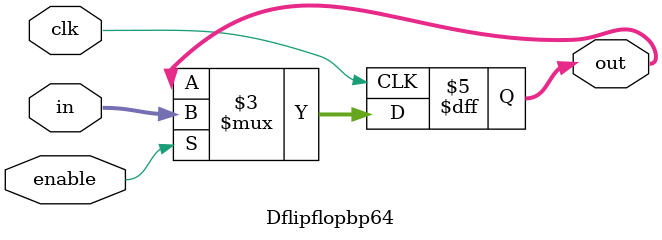
<source format=v>

module Dflipflopbp64 (clk,in,enable,out);


parameter IWIDTH=64;

input clk;
input signed [IWIDTH-1:0] in;
output reg signed [IWIDTH-1:0] out;
input enable;

always @(posedge clk)
begin
	if (enable==1)
	begin
		out<=in;
	end
end

endmodule
</source>
